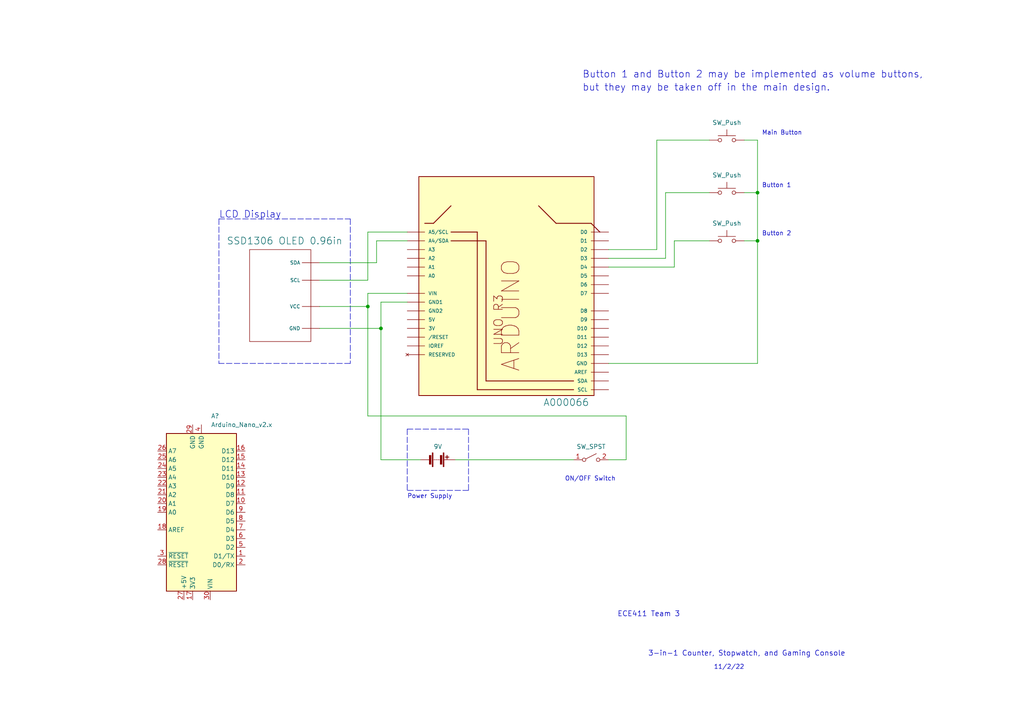
<source format=kicad_sch>
(kicad_sch (version 20211123) (generator eeschema)
  (paper "A4")
  (lib_symbols
    (symbol "ARDUINO-UNO-R3:ARDUINO-UNO-R3" (pin_numbers hide) (pin_names (offset 1.016))
      (property "Value" "A000066" (at -26.67 43.18 90))
      (symbol "ARDUINO-UNO-R3_0_0"
        (rectangle (start -24.5618 -27.1018) (end 38.9382 23.6982) (stroke (width 0.254)) (fill (type background)))
        (polyline (pts (xy -22.86 -10.16) (xy 22.86 -10.16)) (stroke (width 0.254)))
        (polyline (pts (xy -22.86 17.78) (xy -22.86 -10.16)) (stroke (width 0.254)))
        (polyline (pts (xy -20.32 -7.62) (xy 20.32 -7.62)) (stroke (width 0.254)))
        (polyline (pts (xy -20.32 17.78) (xy -20.32 -7.62)) (stroke (width 0.254)))
        (polyline (pts (xy 20.32 -7.62) (xy 20.32 -17.78)) (stroke (width 0.254)))
        (polyline (pts (xy 22.86 -10.16) (xy 22.86 -17.78)) (stroke (width 0.254)))
        (polyline (pts (xy 25.4 -25.4) (xy 25.4 -22.86)) (stroke (width 0.254)))
        (polyline (pts (xy 25.4 -22.86) (xy 30.48 -17.78)) (stroke (width 0.254)))
        (polyline (pts (xy 25.4 12.7) (xy 25.4 22.86)) (stroke (width 0.254)))
        (polyline (pts (xy 25.4 22.86) (xy 22.86 25.4)) (stroke (width 0.254)))
        (polyline (pts (xy 30.48 7.62) (xy 25.4 12.7)) (stroke (width 0.254)))
        (text "ARDUINO" (at -17.78 2.54 0) (effects (font (size 5.08 5.08)) (justify left bottom)))
        (text "UNO R3" (at -10.16 -2.54 0) (effects (font (size 2.54 2.54)) (justify left bottom)))
        (pin power_in line (at -5.08 -30.48 90) (length 5.08) (name "3V") (number "3V"))
        (pin power_in line (at -2.54 -30.48 90) (length 5.08) (name "5V") (number "5V"))
        (pin bidirectional line (at 10.16 -30.48 90) (length 5.08) (name "A0") (number "A0"))
        (pin bidirectional line (at 12.7 -30.48 90) (length 5.08) (name "A1") (number "A1"))
        (pin bidirectional line (at 15.24 -30.48 90) (length 5.08) (name "A2") (number "A2"))
        (pin bidirectional line (at 17.78 -30.48 90) (length 5.08) (name "A3") (number "A3"))
        (pin bidirectional line (at 20.32 -30.48 90) (length 5.08) (name "A4/SDA") (number "A4"))
        (pin bidirectional line (at 22.86 -30.48 90) (length 5.08) (name "A5/SCL") (number "A5"))
        (pin bidirectional line (at -17.78 27.94 270) (length 5.08) (name "AREF") (number "AREF"))
        (pin bidirectional line (at 22.86 27.94 270) (length 5.08) (name "D0") (number "D0"))
        (pin bidirectional line (at 20.32 27.94 270) (length 5.08) (name "D1") (number "D1"))
        (pin bidirectional line (at -5.08 27.94 270) (length 5.08) (name "D10") (number "D10"))
        (pin bidirectional line (at -7.62 27.94 270) (length 5.08) (name "D11") (number "D11"))
        (pin bidirectional line (at -10.16 27.94 270) (length 5.08) (name "D12") (number "D12"))
        (pin bidirectional line (at -12.7 27.94 270) (length 5.08) (name "D13") (number "D13"))
        (pin bidirectional line (at 17.78 27.94 270) (length 5.08) (name "D2") (number "D2"))
        (pin bidirectional line (at 15.24 27.94 270) (length 5.08) (name "D3") (number "D3"))
        (pin bidirectional line (at 12.7 27.94 270) (length 5.08) (name "D4") (number "D4"))
        (pin bidirectional line (at 10.16 27.94 270) (length 5.08) (name "D5") (number "D5"))
        (pin bidirectional line (at 7.62 27.94 270) (length 5.08) (name "D6") (number "D6"))
        (pin bidirectional line (at 5.08 27.94 270) (length 5.08) (name "D7") (number "D7"))
        (pin bidirectional line (at 0 27.94 270) (length 5.08) (name "D8") (number "D8"))
        (pin bidirectional line (at -2.54 27.94 270) (length 5.08) (name "D9") (number "D9"))
        (pin power_in line (at -15.24 27.94 270) (length 5.08) (name "GND") (number "GND"))
        (pin power_in line (at 2.54 -30.48 90) (length 5.08) (name "GND1") (number "GND1"))
        (pin power_in line (at 0 -30.48 90) (length 5.08) (name "GND2") (number "GND2"))
        (pin output line (at -10.16 -30.48 90) (length 5.08) (name "IOREF") (number "IOREF"))
        (pin no_connect line (at -12.7 -30.48 90) (length 5.08) (name "RESERVED") (number "RESERVED"))
        (pin bidirectional line (at -7.62 -30.48 90) (length 5.08) (name "/RESET") (number "RESET"))
        (pin bidirectional line (at -22.86 27.94 270) (length 5.08) (name "SCL") (number "SCL"))
        (pin bidirectional line (at -20.32 27.94 270) (length 5.08) (name "SDA") (number "SDA"))
        (pin power_in line (at 5.08 -30.48 90) (length 5.08) (name "VIN") (number "VIN"))
      )
    )
    (symbol "Device:Battery" (pin_numbers hide) (pin_names (offset 0) hide)
      (property "Reference" "BT" (at 2.54 2.54 0))
      (property "Value" "Battery" (at 2.54 0 0))
      (symbol "Battery_0_1"
        (rectangle (start -2.032 -1.397) (end 2.032 -1.651) (fill (type outline)))
        (rectangle (start -2.032 1.778) (end 2.032 1.524) (fill (type outline)))
        (rectangle (start -1.3208 -1.9812) (end 1.27 -2.4892) (fill (type outline)))
        (rectangle (start -1.3208 1.1938) (end 1.27 0.6858) (fill (type outline)))
        (polyline (pts (xy 0 -1.524) (xy 0 -1.27)))
        (polyline (pts (xy 0 -1.016) (xy 0 -0.762)))
        (polyline (pts (xy 0 -0.508) (xy 0 -0.254)))
        (polyline (pts (xy 0 0) (xy 0 0.254)))
        (polyline (pts (xy 0 0.508) (xy 0 0.762)))
        (polyline (pts (xy 0 1.778) (xy 0 2.54)))
        (polyline (pts (xy 0.254 2.667) (xy 1.27 2.667)) (stroke (width 0.254)))
        (polyline (pts (xy 0.762 3.175) (xy 0.762 2.159)) (stroke (width 0.254)))
      )
      (symbol "Battery_1_1"
        (pin passive line (at 0 5.08 270) (length 2.54) (name "+") (number "1"))
        (pin passive line (at 0 -5.08 90) (length 2.54) (name "-") (number "2"))
      )
    )
    (symbol "MCU_Module:Arduino_Nano_v2.x"
      (property "Reference" "A" (at -10.16 23.495 0))
      (property "Value" "Arduino_Nano_v2.x" (at 5.08 -24.13 0))
      (symbol "Arduino_Nano_v2.x_0_1"
        (rectangle (start -10.16 22.86) (end 10.16 -22.86) (stroke (width 0.254)) (fill (type background)))
      )
      (symbol "Arduino_Nano_v2.x_1_1"
        (pin bidirectional line (at -12.7 12.7 0) (length 2.54) (name "D1/TX") (number "1"))
        (pin bidirectional line (at -12.7 -2.54 0) (length 2.54) (name "D7") (number "10"))
        (pin bidirectional line (at -12.7 -5.08 0) (length 2.54) (name "D8") (number "11"))
        (pin bidirectional line (at -12.7 -7.62 0) (length 2.54) (name "D9") (number "12"))
        (pin bidirectional line (at -12.7 -10.16 0) (length 2.54) (name "D10") (number "13"))
        (pin bidirectional line (at -12.7 -12.7 0) (length 2.54) (name "D11") (number "14"))
        (pin bidirectional line (at -12.7 -15.24 0) (length 2.54) (name "D12") (number "15"))
        (pin bidirectional line (at -12.7 -17.78 0) (length 2.54) (name "D13") (number "16"))
        (pin power_out line (at 2.54 25.4 270) (length 2.54) (name "3V3") (number "17"))
        (pin input line (at 12.7 5.08 180) (length 2.54) (name "AREF") (number "18"))
        (pin bidirectional line (at 12.7 0 180) (length 2.54) (name "A0") (number "19"))
        (pin bidirectional line (at -12.7 15.24 0) (length 2.54) (name "D0/RX") (number "2"))
        (pin bidirectional line (at 12.7 -2.54 180) (length 2.54) (name "A1") (number "20"))
        (pin bidirectional line (at 12.7 -5.08 180) (length 2.54) (name "A2") (number "21"))
        (pin bidirectional line (at 12.7 -7.62 180) (length 2.54) (name "A3") (number "22"))
        (pin bidirectional line (at 12.7 -10.16 180) (length 2.54) (name "A4") (number "23"))
        (pin bidirectional line (at 12.7 -12.7 180) (length 2.54) (name "A5") (number "24"))
        (pin bidirectional line (at 12.7 -15.24 180) (length 2.54) (name "A6") (number "25"))
        (pin bidirectional line (at 12.7 -17.78 180) (length 2.54) (name "A7") (number "26"))
        (pin power_out line (at 5.08 25.4 270) (length 2.54) (name "+5V") (number "27"))
        (pin input line (at 12.7 15.24 180) (length 2.54) (name "~{RESET}") (number "28"))
        (pin power_in line (at 2.54 -25.4 90) (length 2.54) (name "GND") (number "29"))
        (pin input line (at 12.7 12.7 180) (length 2.54) (name "~{RESET}") (number "3"))
        (pin power_in line (at -2.54 25.4 270) (length 2.54) (name "VIN") (number "30"))
        (pin power_in line (at 0 -25.4 90) (length 2.54) (name "GND") (number "4"))
        (pin bidirectional line (at -12.7 10.16 0) (length 2.54) (name "D2") (number "5"))
        (pin bidirectional line (at -12.7 7.62 0) (length 2.54) (name "D3") (number "6"))
        (pin bidirectional line (at -12.7 5.08 0) (length 2.54) (name "D4") (number "7"))
        (pin bidirectional line (at -12.7 2.54 0) (length 2.54) (name "D5") (number "8"))
        (pin bidirectional line (at -12.7 0 0) (length 2.54) (name "D6") (number "9"))
      )
    )
    (symbol "SSD1306_oled_0:SSD1306 OLED 0.96in"
      (property "Reference" "U" (at 0 0 0))
      (property "Value" "SSD1306 OLED 0.96in" (at 1.27 0 0))
      (symbol "SSD1306 OLED 0.96in_0_0"
        (pin bidirectional line (at 10.16 11.43 270) (length 5.08) (name "GND") (number ""))
        (pin bidirectional line (at -3.81 11.43 270) (length 5.08) (name "SCL") (number ""))
        (pin bidirectional line (at -8.89 11.43 270) (length 5.08) (name "SDA") (number ""))
        (pin bidirectional line (at 3.81 11.43 270) (length 5.08) (name "VCC") (number ""))
      )
      (symbol "SSD1306 OLED 0.96in_0_1"
        (rectangle (start -12.7 8.89) (end 13.97 -8.89))
      )
    )
    (symbol "Switch:SW_Push" (pin_numbers hide) (pin_names (offset 1.016) hide)
      (property "Reference" "SW" (at 1.27 2.54 0))
      (property "Value" "SW_Push" (at 0 -1.524 0))
      (symbol "SW_Push_0_1"
        (circle (center -2.032 0) (radius 0.508))
        (polyline (pts (xy 0 1.27) (xy 0 3.048)))
        (polyline (pts (xy 2.54 1.27) (xy -2.54 1.27)))
        (circle (center 2.032 0) (radius 0.508))
        (pin passive line (at -5.08 0 0) (length 2.54) (name "1") (number "1"))
        (pin passive line (at 5.08 0 180) (length 2.54) (name "2") (number "2"))
      )
    )
    (symbol "Switch:SW_SPST" (pin_names (offset 0) hide)
      (property "Reference" "SW" (at 0 3.175 0))
      (property "Value" "SW_SPST" (at 0 -2.54 0))
      (symbol "SW_SPST_0_0"
        (circle (center -2.032 0) (radius 0.508))
        (polyline (pts (xy -1.524 0.254) (xy 1.524 1.778)))
        (circle (center 2.032 0) (radius 0.508))
      )
      (symbol "SW_SPST_1_1"
        (pin passive line (at -5.08 0 0) (length 2.54) (name "A") (number "1"))
        (pin passive line (at 5.08 0 180) (length 2.54) (name "B") (number "2"))
      )
    )
  )
  (junction (at 106.68 88.9))
  (junction (at 110.49 95.25))
  (junction (at 219.71 55.88))
  (junction (at 219.71 69.85))
  (wire (pts (xy 106.68 67.31) (xy 106.68 81.28)))
  (wire (pts (xy 195.58 77.47) (xy 176.53 77.47)))
  (wire (pts (xy 215.9 40.64) (xy 219.71 40.64)))
  (wire (pts (xy 110.49 133.35) (xy 110.49 95.25)))
  (wire (pts (xy 195.58 69.85) (xy 205.74 69.85)))
  (wire (pts (xy 106.68 120.65) (xy 181.61 120.65)))
  (wire (pts (xy 176.53 133.35) (xy 181.61 133.35)))
  (wire (pts (xy 110.49 87.63) (xy 118.11 87.63)))
  (wire (pts (xy 109.22 69.85) (xy 118.11 69.85)))
  (wire (pts (xy 176.53 105.41) (xy 219.71 105.41)))
  (wire (pts (xy 106.68 88.9) (xy 106.68 85.09)))
  (wire (pts (xy 193.04 55.88) (xy 193.04 74.93)))
  (polyline (pts (xy 135.89 124.46) (xy 135.89 142.24)))
  (polyline (pts (xy 118.11 124.46) (xy 135.89 124.46)))
  (polyline (pts (xy 118.11 124.46) (xy 118.11 142.24)))
  (wire (pts (xy 193.04 55.88) (xy 205.74 55.88)))
  (wire (pts (xy 121.92 133.35) (xy 110.49 133.35)))
  (wire (pts (xy 132.08 133.35) (xy 166.37 133.35)))
  (wire (pts (xy 110.49 95.25) (xy 110.49 87.63)))
  (wire (pts (xy 92.71 76.2) (xy 109.22 76.2)))
  (wire (pts (xy 181.61 120.65) (xy 181.61 133.35)))
  (wire (pts (xy 92.71 95.25) (xy 110.49 95.25)))
  (polyline (pts (xy 63.5 63.5) (xy 63.5 105.41)))
  (wire (pts (xy 190.5 40.64) (xy 205.74 40.64)))
  (polyline (pts (xy 101.6 63.5) (xy 101.6 105.41)))
  (wire (pts (xy 106.68 88.9) (xy 106.68 120.65)))
  (wire (pts (xy 219.71 55.88) (xy 219.71 69.85)))
  (wire (pts (xy 190.5 72.39) (xy 190.5 40.64)))
  (wire (pts (xy 219.71 69.85) (xy 219.71 105.41)))
  (wire (pts (xy 176.53 72.39) (xy 190.5 72.39)))
  (wire (pts (xy 193.04 74.93) (xy 176.53 74.93)))
  (polyline (pts (xy 101.6 105.41) (xy 63.5 105.41)))
  (wire (pts (xy 92.71 81.28) (xy 106.68 81.28)))
  (wire (pts (xy 92.71 88.9) (xy 106.68 88.9)))
  (wire (pts (xy 109.22 76.2) (xy 109.22 69.85)))
  (wire (pts (xy 219.71 40.64) (xy 219.71 55.88)))
  (polyline (pts (xy 63.5 63.5) (xy 101.6 63.5)))
  (wire (pts (xy 195.58 69.85) (xy 195.58 77.47)))
  (wire (pts (xy 215.9 69.85) (xy 219.71 69.85)))
  (wire (pts (xy 106.68 67.31) (xy 118.11 67.31)))
  (wire (pts (xy 106.68 85.09) (xy 118.11 85.09)))
  (polyline (pts (xy 135.89 142.24) (xy 118.11 142.24)))
  (wire (pts (xy 215.9 55.88) (xy 219.71 55.88)))
  (text "ON/OFF Switch" (at 163.83 139.7 0) (effects (font (size 1.27 1.27)) (justify left bottom)))
  (text "3-in-1 Counter, Stopwatch, and Gaming Console" (at 187.96 190.5 0) (effects (font (size 1.5 1.5)) (justify left bottom)))
  (text "Power Supply" (at 118.11 144.78 0) (effects (font (size 1.27 1.27)) (justify left bottom)))
  (text "Button 2" (at 220.98 68.58 0) (effects (font (size 1.27 1.27)) (justify left bottom)))
  (text "Button 1 and Button 2 may be implemented as volume buttons," (at 168.91 22.86 0) (effects (font (size 2 2)) (justify left bottom)))
  (text "but they may be taken off in the main design." (at 168.91 26.67 0) (effects (font (size 2 2)) (justify left bottom)))
  (text "Main Button" (at 220.98 39.37 0) (effects (font (size 1.27 1.27)) (justify left bottom)))
  (text "Button 1" (at 220.98 54.61 0) (effects (font (size 1.27 1.27)) (justify left bottom)))
  (text "ECE411 Team 3" (at 179.07 179.07 0) (effects (font (size 1.5 1.5)) (justify left bottom)))
  (text "LCD Display" (at 63.5 63.5 0) (effects (font (size 2 2)) (justify left bottom)))
  (text "11/2/22" (at 207.01 194.31 0) (effects (font (size 1.27 1.27)) (justify left bottom)))
  (symbol (lib_id "Switch:SW_Push") (at 210.82 55.88 0) (unit 1)
    (property "Reference" "R13-507-5-X2" (effects hide))
    (property "Value" "SW_Push" (at 210.82 50.8 0))
  )
  (symbol (lib_id "MCU_Module:Arduino_Nano_v2.x") (at 58.42 148.59 180) (unit 1)
    (property "Reference" "A?" (at 61.1887 120.65 0) (effects (justify right)))
    (property "Value" "Arduino_Nano_v2.x" (at 61.1887 123.19 0) (effects (justify right)))
    (property "Footprint" "Module:Arduino_Nano" (effects hide))
    (property "Datasheet" "https://www.arduino.cc/en/uploads/Main/ArduinoNanoManual23.pdf" (effects hide))
  )
  (symbol (lib_id "Switch:SW_Push") (at 210.82 69.85 0) (unit 1)
    (property "Reference" "R13-507-5-X3" (effects hide))
    (property "Value" "SW_Push" (at 210.82 64.77 0))
  )
  (symbol (lib_id "Switch:SW_SPST") (at 171.45 133.35 0) (unit 1)
    (property "Reference" "KCD1-1-101-ON-OFF-X1" (effects hide))
    (property "Value" "SW_SPST" (at 171.45 129.54 0))
  )
  (symbol (lib_id "Switch:SW_Push") (at 210.82 40.64 0) (unit 1)
    (property "Reference" "R13-507-5-X1" (effects hide))
    (property "Value" "SW_Push" (at 210.82 35.56 0))
  )
  (symbol (lib_id "Device:Battery") (at 127 133.35 270) (mirror x) (unit 1)
    (property "Reference" "Battery1" (effects hide))
    (property "Value" "9V" (at 127 129.54 90))
  )
  (symbol (lib_id "ARDUINO-UNO-R3:ARDUINO-UNO-R3") (at 148.59 90.17 270) (mirror x) (unit 1)
    (property "Reference" "ModelA66" (effects hide))
    (property "Value" "A000066" (at 157.48 115.57 90) (effects (font (size 2 2)) (justify left bottom)))
    (property "Footprint" "ARDUINO-UNO-R3" (effects hide))
  )
  (symbol (lib_id "SSD1306_oled_0:SSD1306 OLED 0.96in") (at 81.28 85.09 270) (unit 1)
    (property "Reference" "U1" (effects hide))
    (property "Value" "SSD1306 OLED 0.96in" (at 82.55 69.85 90) (effects (font (size 2 2))))
    (property "Footprint" "footprints:SSD1306_0.96_Oled" (effects hide))
  )
)
</source>
